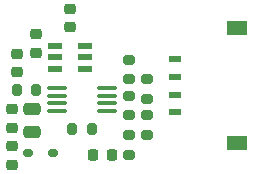
<source format=gbr>
%TF.GenerationSoftware,KiCad,Pcbnew,8.0.8*%
%TF.CreationDate,2025-02-03T14:17:38+01:00*%
%TF.ProjectId,FT25-SLS,46543235-2d53-44c5-932e-6b696361645f,rev?*%
%TF.SameCoordinates,Original*%
%TF.FileFunction,Paste,Top*%
%TF.FilePolarity,Positive*%
%FSLAX46Y46*%
G04 Gerber Fmt 4.6, Leading zero omitted, Abs format (unit mm)*
G04 Created by KiCad (PCBNEW 8.0.8) date 2025-02-03 14:17:38*
%MOMM*%
%LPD*%
G01*
G04 APERTURE LIST*
G04 Aperture macros list*
%AMRoundRect*
0 Rectangle with rounded corners*
0 $1 Rounding radius*
0 $2 $3 $4 $5 $6 $7 $8 $9 X,Y pos of 4 corners*
0 Add a 4 corners polygon primitive as box body*
4,1,4,$2,$3,$4,$5,$6,$7,$8,$9,$2,$3,0*
0 Add four circle primitives for the rounded corners*
1,1,$1+$1,$2,$3*
1,1,$1+$1,$4,$5*
1,1,$1+$1,$6,$7*
1,1,$1+$1,$8,$9*
0 Add four rect primitives between the rounded corners*
20,1,$1+$1,$2,$3,$4,$5,0*
20,1,$1+$1,$4,$5,$6,$7,0*
20,1,$1+$1,$6,$7,$8,$9,0*
20,1,$1+$1,$8,$9,$2,$3,0*%
G04 Aperture macros list end*
%ADD10RoundRect,0.200000X0.200000X0.275000X-0.200000X0.275000X-0.200000X-0.275000X0.200000X-0.275000X0*%
%ADD11RoundRect,0.200000X0.275000X-0.200000X0.275000X0.200000X-0.275000X0.200000X-0.275000X-0.200000X0*%
%ADD12RoundRect,0.200000X-0.275000X0.200000X-0.275000X-0.200000X0.275000X-0.200000X0.275000X0.200000X0*%
%ADD13RoundRect,0.225000X0.250000X-0.225000X0.250000X0.225000X-0.250000X0.225000X-0.250000X-0.225000X0*%
%ADD14RoundRect,0.225000X-0.250000X0.225000X-0.250000X-0.225000X0.250000X-0.225000X0.250000X0.225000X0*%
%ADD15R,1.000000X0.600000*%
%ADD16R,1.800000X1.250000*%
%ADD17RoundRect,0.150000X-0.250000X-0.150000X0.250000X-0.150000X0.250000X0.150000X-0.250000X0.150000X0*%
%ADD18RoundRect,0.218750X-0.218750X-0.256250X0.218750X-0.256250X0.218750X0.256250X-0.218750X0.256250X0*%
%ADD19RoundRect,0.218750X-0.256250X0.218750X-0.256250X-0.218750X0.256250X-0.218750X0.256250X0.218750X0*%
%ADD20RoundRect,0.250000X-0.475000X0.250000X-0.475000X-0.250000X0.475000X-0.250000X0.475000X0.250000X0*%
%ADD21RoundRect,0.100000X0.712500X0.100000X-0.712500X0.100000X-0.712500X-0.100000X0.712500X-0.100000X0*%
%ADD22R,1.200000X0.600000*%
G04 APERTURE END LIST*
D10*
%TO.C,R4*%
X126825000Y-60330000D03*
X125175000Y-60330000D03*
%TD*%
D11*
%TO.C,R18*%
X134700000Y-59475000D03*
X134700000Y-57825000D03*
%TD*%
D12*
%TO.C,R1*%
X134720000Y-64205000D03*
X134720000Y-65855000D03*
%TD*%
D11*
%TO.C,R7*%
X134700000Y-62500000D03*
X134700000Y-60850000D03*
%TD*%
D13*
%TO.C,C16*%
X125190000Y-58845000D03*
X125190000Y-57295000D03*
%TD*%
D11*
%TO.C,R21*%
X136200000Y-64150000D03*
X136200000Y-62500000D03*
%TD*%
D13*
%TO.C,C19*%
X129690000Y-55055000D03*
X129690000Y-53505000D03*
%TD*%
D14*
%TO.C,C21*%
X124750000Y-62005000D03*
X124750000Y-63555000D03*
%TD*%
D15*
%TO.C,J2*%
X138620000Y-62250000D03*
X138620000Y-60750000D03*
X138620000Y-59250001D03*
X138620000Y-57749999D03*
D16*
X143810000Y-55145000D03*
X143810000Y-64854999D03*
%TD*%
D17*
%TO.C,D1*%
X126162500Y-65670000D03*
X128262500Y-65670000D03*
%TD*%
D18*
%TO.C,D2*%
X131662500Y-65860000D03*
X133237500Y-65860000D03*
%TD*%
D19*
%TO.C,F1*%
X124780000Y-65112500D03*
X124780000Y-66687500D03*
%TD*%
D11*
%TO.C,R2*%
X136200000Y-61125000D03*
X136200000Y-59475000D03*
%TD*%
D20*
%TO.C,C20*%
X126510000Y-62000000D03*
X126510000Y-63900000D03*
%TD*%
D10*
%TO.C,R12*%
X131525000Y-63675000D03*
X129875000Y-63675000D03*
%TD*%
D21*
%TO.C,U3*%
X132787500Y-62150000D03*
X132787500Y-61500000D03*
X132787500Y-60850000D03*
X132787500Y-60200000D03*
X128562500Y-60200000D03*
X128562500Y-60850000D03*
X128562500Y-61500000D03*
X128562500Y-62150000D03*
%TD*%
D13*
%TO.C,C18*%
X126840000Y-57215000D03*
X126840000Y-55665000D03*
%TD*%
D22*
%TO.C,IC2*%
X130960000Y-58550000D03*
X130960000Y-57600000D03*
X130960000Y-56650000D03*
X128460000Y-56650000D03*
X128460000Y-57600000D03*
X128460000Y-58550000D03*
%TD*%
M02*

</source>
